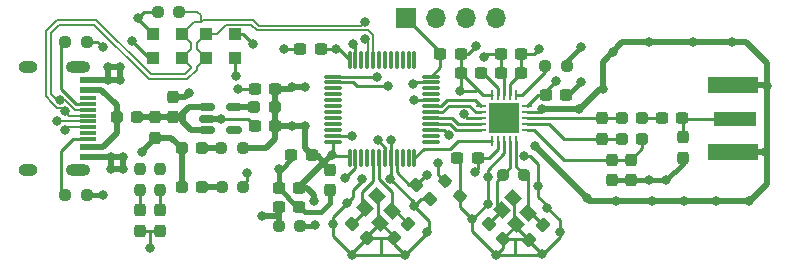
<source format=gtl>
%TF.GenerationSoftware,KiCad,Pcbnew,(6.0.4)*%
%TF.CreationDate,2022-11-28T16:04:11+01:00*%
%TF.ProjectId,STM32F103RF,53544d33-3246-4313-9033-52462e6b6963,1*%
%TF.SameCoordinates,Original*%
%TF.FileFunction,Copper,L1,Top*%
%TF.FilePolarity,Positive*%
%FSLAX46Y46*%
G04 Gerber Fmt 4.6, Leading zero omitted, Abs format (unit mm)*
G04 Created by KiCad (PCBNEW (6.0.4)) date 2022-11-28 16:04:11*
%MOMM*%
%LPD*%
G01*
G04 APERTURE LIST*
G04 Aperture macros list*
%AMRoundRect*
0 Rectangle with rounded corners*
0 $1 Rounding radius*
0 $2 $3 $4 $5 $6 $7 $8 $9 X,Y pos of 4 corners*
0 Add a 4 corners polygon primitive as box body*
4,1,4,$2,$3,$4,$5,$6,$7,$8,$9,$2,$3,0*
0 Add four circle primitives for the rounded corners*
1,1,$1+$1,$2,$3*
1,1,$1+$1,$4,$5*
1,1,$1+$1,$6,$7*
1,1,$1+$1,$8,$9*
0 Add four rect primitives between the rounded corners*
20,1,$1+$1,$2,$3,$4,$5,0*
20,1,$1+$1,$4,$5,$6,$7,0*
20,1,$1+$1,$6,$7,$8,$9,0*
20,1,$1+$1,$8,$9,$2,$3,0*%
%AMRotRect*
0 Rectangle, with rotation*
0 The origin of the aperture is its center*
0 $1 length*
0 $2 width*
0 $3 Rotation angle, in degrees counterclockwise*
0 Add horizontal line*
21,1,$1,$2,0,0,$3*%
G04 Aperture macros list end*
%TA.AperFunction,SMDPad,CuDef*%
%ADD10RoundRect,0.237500X0.237500X-0.300000X0.237500X0.300000X-0.237500X0.300000X-0.237500X-0.300000X0*%
%TD*%
%TA.AperFunction,SMDPad,CuDef*%
%ADD11RoundRect,0.237500X-0.287500X-0.237500X0.287500X-0.237500X0.287500X0.237500X-0.287500X0.237500X0*%
%TD*%
%TA.AperFunction,SMDPad,CuDef*%
%ADD12RoundRect,0.237500X-0.237500X0.250000X-0.237500X-0.250000X0.237500X-0.250000X0.237500X0.250000X0*%
%TD*%
%TA.AperFunction,SMDPad,CuDef*%
%ADD13RoundRect,0.237500X-0.344715X0.008839X0.008839X-0.344715X0.344715X-0.008839X-0.008839X0.344715X0*%
%TD*%
%TA.AperFunction,SMDPad,CuDef*%
%ADD14RoundRect,0.237500X0.300000X0.237500X-0.300000X0.237500X-0.300000X-0.237500X0.300000X-0.237500X0*%
%TD*%
%TA.AperFunction,SMDPad,CuDef*%
%ADD15RoundRect,0.075000X0.075000X-0.662500X0.075000X0.662500X-0.075000X0.662500X-0.075000X-0.662500X0*%
%TD*%
%TA.AperFunction,SMDPad,CuDef*%
%ADD16RoundRect,0.075000X0.662500X-0.075000X0.662500X0.075000X-0.662500X0.075000X-0.662500X-0.075000X0*%
%TD*%
%TA.AperFunction,SMDPad,CuDef*%
%ADD17RoundRect,0.237500X0.237500X-0.287500X0.237500X0.287500X-0.237500X0.287500X-0.237500X-0.287500X0*%
%TD*%
%TA.AperFunction,SMDPad,CuDef*%
%ADD18RoundRect,0.237500X-0.380070X0.044194X0.044194X-0.380070X0.380070X-0.044194X-0.044194X0.380070X0*%
%TD*%
%TA.AperFunction,ComponentPad*%
%ADD19R,1.700000X1.700000*%
%TD*%
%TA.AperFunction,ComponentPad*%
%ADD20O,1.700000X1.700000*%
%TD*%
%TA.AperFunction,SMDPad,CuDef*%
%ADD21R,1.450000X0.600000*%
%TD*%
%TA.AperFunction,SMDPad,CuDef*%
%ADD22R,1.450000X0.300000*%
%TD*%
%TA.AperFunction,ComponentPad*%
%ADD23O,1.600000X1.000000*%
%TD*%
%TA.AperFunction,ComponentPad*%
%ADD24O,2.100000X1.000000*%
%TD*%
%TA.AperFunction,SMDPad,CuDef*%
%ADD25RoundRect,0.237500X0.287500X0.237500X-0.287500X0.237500X-0.287500X-0.237500X0.287500X-0.237500X0*%
%TD*%
%TA.AperFunction,SMDPad,CuDef*%
%ADD26RoundRect,0.237500X-0.300000X-0.237500X0.300000X-0.237500X0.300000X0.237500X-0.300000X0.237500X0*%
%TD*%
%TA.AperFunction,SMDPad,CuDef*%
%ADD27RoundRect,0.237500X-0.250000X-0.237500X0.250000X-0.237500X0.250000X0.237500X-0.250000X0.237500X0*%
%TD*%
%TA.AperFunction,SMDPad,CuDef*%
%ADD28RoundRect,0.237500X-0.237500X0.300000X-0.237500X-0.300000X0.237500X-0.300000X0.237500X0.300000X0*%
%TD*%
%TA.AperFunction,SMDPad,CuDef*%
%ADD29R,1.000000X1.000000*%
%TD*%
%TA.AperFunction,SMDPad,CuDef*%
%ADD30RoundRect,0.237500X0.044194X0.380070X-0.380070X-0.044194X-0.044194X-0.380070X0.380070X0.044194X0*%
%TD*%
%TA.AperFunction,SMDPad,CuDef*%
%ADD31RoundRect,0.237500X0.250000X0.237500X-0.250000X0.237500X-0.250000X-0.237500X0.250000X-0.237500X0*%
%TD*%
%TA.AperFunction,SMDPad,CuDef*%
%ADD32RoundRect,0.062500X-0.350000X-0.062500X0.350000X-0.062500X0.350000X0.062500X-0.350000X0.062500X0*%
%TD*%
%TA.AperFunction,SMDPad,CuDef*%
%ADD33RoundRect,0.062500X-0.062500X-0.350000X0.062500X-0.350000X0.062500X0.350000X-0.062500X0.350000X0*%
%TD*%
%TA.AperFunction,SMDPad,CuDef*%
%ADD34R,2.500000X2.500000*%
%TD*%
%TA.AperFunction,SMDPad,CuDef*%
%ADD35RotRect,1.150000X1.000000X315.000000*%
%TD*%
%TA.AperFunction,SMDPad,CuDef*%
%ADD36R,3.600000X1.270000*%
%TD*%
%TA.AperFunction,SMDPad,CuDef*%
%ADD37R,4.200000X1.350000*%
%TD*%
%TA.AperFunction,SMDPad,CuDef*%
%ADD38RoundRect,0.150000X-0.512500X-0.150000X0.512500X-0.150000X0.512500X0.150000X-0.512500X0.150000X0*%
%TD*%
%TA.AperFunction,SMDPad,CuDef*%
%ADD39RotRect,1.150000X1.000000X135.000000*%
%TD*%
%TA.AperFunction,ViaPad*%
%ADD40C,0.800000*%
%TD*%
%TA.AperFunction,Conductor*%
%ADD41C,0.508000*%
%TD*%
%TA.AperFunction,Conductor*%
%ADD42C,0.406400*%
%TD*%
%TA.AperFunction,Conductor*%
%ADD43C,0.250000*%
%TD*%
%TA.AperFunction,Conductor*%
%ADD44C,0.200000*%
%TD*%
G04 APERTURE END LIST*
D10*
X81231250Y-62687500D03*
X81231250Y-60962500D03*
D11*
X81968750Y-68587500D03*
X83718750Y-68587500D03*
D12*
X80168750Y-67037500D03*
X80168750Y-68862500D03*
D10*
X119993750Y-68000000D03*
X119993750Y-66275000D03*
D13*
X104223515Y-68092265D03*
X105513985Y-69382735D03*
D14*
X92962500Y-65900000D03*
X91237500Y-65900000D03*
D15*
X96181250Y-66150000D03*
X96681250Y-66150000D03*
X97181250Y-66150000D03*
X97681250Y-66150000D03*
X98181250Y-66150000D03*
X98681250Y-66150000D03*
X99181250Y-66150000D03*
X99681250Y-66150000D03*
X100181250Y-66150000D03*
X100681250Y-66150000D03*
X101181250Y-66150000D03*
X101681250Y-66150000D03*
D16*
X103093750Y-64737500D03*
X103093750Y-64237500D03*
X103093750Y-63737500D03*
X103093750Y-63237500D03*
X103093750Y-62737500D03*
X103093750Y-62237500D03*
X103093750Y-61737500D03*
X103093750Y-61237500D03*
X103093750Y-60737500D03*
X103093750Y-60237500D03*
X103093750Y-59737500D03*
X103093750Y-59237500D03*
D15*
X101681250Y-57825000D03*
X101181250Y-57825000D03*
X100681250Y-57825000D03*
X100181250Y-57825000D03*
X99681250Y-57825000D03*
X99181250Y-57825000D03*
X98681250Y-57825000D03*
X98181250Y-57825000D03*
X97681250Y-57825000D03*
X97181250Y-57825000D03*
X96681250Y-57825000D03*
X96181250Y-57825000D03*
D16*
X94768750Y-59237500D03*
X94768750Y-59737500D03*
X94768750Y-60237500D03*
X94768750Y-60737500D03*
X94768750Y-61237500D03*
X94768750Y-61737500D03*
X94768750Y-62237500D03*
X94768750Y-62737500D03*
X94768750Y-63237500D03*
X94768750Y-63737500D03*
X94768750Y-64237500D03*
X94768750Y-64737500D03*
D17*
X117593750Y-64512500D03*
X117593750Y-62762500D03*
D11*
X88131250Y-61837500D03*
X89881250Y-61837500D03*
X81956250Y-65287500D03*
X83706250Y-65287500D03*
D18*
X96421370Y-71677620D03*
X97641130Y-72897380D03*
D19*
X100968750Y-54237500D03*
D20*
X103508750Y-54237500D03*
X106048750Y-54237500D03*
X108588750Y-54237500D03*
D21*
X74076250Y-59537500D03*
X74076250Y-60337500D03*
D22*
X74076250Y-61537500D03*
X74076250Y-62537500D03*
X74076250Y-63037500D03*
X74076250Y-64037500D03*
D21*
X74076250Y-65237500D03*
X74076250Y-66037500D03*
X74076250Y-66037500D03*
X74076250Y-65237500D03*
D22*
X74076250Y-64537500D03*
X74076250Y-63537500D03*
X74076250Y-62037500D03*
X74076250Y-61037500D03*
D21*
X74076250Y-60337500D03*
X74076250Y-59537500D03*
D23*
X68981250Y-67107500D03*
D24*
X73161250Y-58467500D03*
D23*
X68981250Y-58467500D03*
D24*
X73161250Y-67107500D03*
D12*
X78468750Y-67037500D03*
X78468750Y-68862500D03*
D10*
X118393750Y-68000000D03*
X118393750Y-66275000D03*
D14*
X91928125Y-68684375D03*
X90203125Y-68684375D03*
D25*
X120968750Y-64537500D03*
X119218750Y-64537500D03*
D26*
X103868750Y-57287500D03*
X105593750Y-57287500D03*
D27*
X72118750Y-69287500D03*
X73943750Y-69287500D03*
D28*
X79731250Y-62687500D03*
X79731250Y-64412500D03*
D29*
X84018750Y-55637500D03*
X86518750Y-55637500D03*
D30*
X101141130Y-71677620D03*
X99921370Y-72897380D03*
D31*
X87143750Y-65287500D03*
X85318750Y-65287500D03*
D27*
X79956250Y-53737500D03*
X81781250Y-53737500D03*
D32*
X107331250Y-61737500D03*
X107331250Y-62237500D03*
X107331250Y-62737500D03*
X107331250Y-63237500D03*
X107331250Y-63737500D03*
D33*
X108268750Y-64675000D03*
X108768750Y-64675000D03*
X109268750Y-64675000D03*
X109768750Y-64675000D03*
X110268750Y-64675000D03*
D32*
X111206250Y-63737500D03*
X111206250Y-63237500D03*
X111206250Y-62737500D03*
X111206250Y-62237500D03*
X111206250Y-61737500D03*
D33*
X110268750Y-60800000D03*
X109768750Y-60800000D03*
X109268750Y-60800000D03*
X108768750Y-60800000D03*
X108268750Y-60800000D03*
D34*
X109268750Y-62737500D03*
D31*
X87181250Y-68587500D03*
X85356250Y-68587500D03*
D35*
X97517557Y-70363756D03*
X98754994Y-71601193D03*
X99744943Y-70611244D03*
X98507506Y-69373807D03*
D18*
X107958870Y-71727620D03*
X109178630Y-72947380D03*
D26*
X109006250Y-58937500D03*
X110731250Y-58937500D03*
D17*
X80168750Y-72325000D03*
X80168750Y-70575000D03*
D11*
X76456250Y-62687500D03*
X78206250Y-62687500D03*
D29*
X79518750Y-55637500D03*
X82018750Y-55637500D03*
D27*
X112756250Y-58337500D03*
X114581250Y-58337500D03*
D18*
X101791761Y-68388885D03*
X103011521Y-69608645D03*
D14*
X93731250Y-56937500D03*
X92006250Y-56937500D03*
D27*
X72118750Y-56287500D03*
X73943750Y-56287500D03*
D29*
X86518750Y-57637500D03*
X84018750Y-57637500D03*
D28*
X94565625Y-67121875D03*
X94565625Y-68846875D03*
D29*
X82018750Y-57637500D03*
X79518750Y-57637500D03*
D36*
X128837500Y-62787500D03*
D37*
X128637500Y-65612500D03*
X128637500Y-59962500D03*
D38*
X84093750Y-61837500D03*
X84093750Y-62787500D03*
X84093750Y-63737500D03*
X86368750Y-63737500D03*
X86368750Y-61837500D03*
D26*
X105606250Y-58937500D03*
X107331250Y-58937500D03*
D14*
X89893750Y-63387500D03*
X88168750Y-63387500D03*
D31*
X110981250Y-67537500D03*
X109156250Y-67537500D03*
D26*
X109006250Y-57337500D03*
X110731250Y-57337500D03*
D14*
X107031250Y-66137500D03*
X105306250Y-66137500D03*
D10*
X124393750Y-66100000D03*
X124393750Y-64375000D03*
D26*
X90206250Y-70237500D03*
X91931250Y-70237500D03*
X122631250Y-62737500D03*
X124356250Y-62737500D03*
D14*
X89893750Y-60287500D03*
X88168750Y-60287500D03*
D30*
X112578630Y-71827620D03*
X111358870Y-73047380D03*
D31*
X91993750Y-71847500D03*
X90168750Y-71847500D03*
D39*
X111282443Y-70761244D03*
X110045006Y-69523807D03*
X109055057Y-70513756D03*
X110292494Y-71751193D03*
D11*
X119218750Y-62737500D03*
X120968750Y-62737500D03*
D17*
X78468750Y-72325000D03*
X78468750Y-70575000D03*
D26*
X112806250Y-60837500D03*
X114531250Y-60837500D03*
D40*
X112200000Y-56900000D03*
X131387500Y-65612500D03*
X131500000Y-60000000D03*
X111868750Y-65137500D03*
X75268750Y-69237500D03*
X76968750Y-66037500D03*
X90605635Y-56872290D03*
X123006250Y-68000000D03*
X100868750Y-74337500D03*
X112468750Y-74237500D03*
X112168750Y-68537500D03*
X110993250Y-65937500D03*
X97268750Y-67937500D03*
X99648788Y-67892940D03*
X116268750Y-69537500D03*
X95968750Y-69937500D03*
X113968750Y-72437500D03*
X112468750Y-62013000D03*
X75768750Y-59537500D03*
X101618750Y-70187500D03*
X108568750Y-74337500D03*
X112881000Y-70325250D03*
X127168750Y-69737500D03*
X115568750Y-62013000D03*
X82568750Y-60637500D03*
X105568750Y-60437500D03*
X94768750Y-71737500D03*
X75268750Y-56737500D03*
X96368750Y-64237500D03*
X76968750Y-67037500D03*
X118468750Y-57137500D03*
X106568750Y-71337500D03*
X125268750Y-56337500D03*
X107868750Y-67737500D03*
X115768750Y-56737500D03*
X121768750Y-69737500D03*
X77768750Y-56237500D03*
X87968750Y-56437500D03*
X124468750Y-69737500D03*
X96468750Y-56437500D03*
X101568750Y-59837500D03*
X99668750Y-64637500D03*
X96368750Y-74337500D03*
X129968750Y-69737500D03*
X117618750Y-60287500D03*
X107868750Y-70037500D03*
X86718810Y-60287500D03*
X75968750Y-66037500D03*
X102768750Y-72437500D03*
X121568750Y-56337500D03*
X75768750Y-58437500D03*
X90200000Y-67100000D03*
X106868750Y-56637500D03*
X118768750Y-69737500D03*
X79268750Y-73737500D03*
X76768750Y-59537500D03*
X75968750Y-67037500D03*
X78568750Y-65637500D03*
X128568750Y-56337500D03*
X115768750Y-59737500D03*
X85268750Y-62837500D03*
X121531250Y-68000000D03*
X76768750Y-58437500D03*
X94668750Y-65837500D03*
X113668750Y-59637500D03*
X93268750Y-71762000D03*
X78268750Y-54237500D03*
X92368750Y-60137500D03*
X92368750Y-63437500D03*
X106768750Y-67337500D03*
X102768750Y-67537500D03*
X86589056Y-59184770D03*
X95068750Y-56937500D03*
X93168750Y-69737500D03*
X91268750Y-60137500D03*
X91268750Y-63437500D03*
X107568750Y-57537500D03*
X88768750Y-71037500D03*
X98568750Y-64637500D03*
X87468750Y-67437500D03*
X95819739Y-67837500D03*
X71698189Y-61208061D03*
X71416186Y-63034295D03*
X97489895Y-56025360D03*
X72115686Y-62190564D03*
X97468750Y-54626349D03*
X72096328Y-63766697D03*
X101668750Y-61237500D03*
X103668750Y-66537500D03*
X105868750Y-62437500D03*
X104606451Y-64199799D03*
X98468750Y-59237511D03*
X99468750Y-60037500D03*
D41*
X93975000Y-66475000D02*
X93975000Y-66531250D01*
X93400000Y-65900000D02*
X93975000Y-66475000D01*
X92962500Y-65900000D02*
X93400000Y-65900000D01*
X92368750Y-63437500D02*
X92368750Y-65306250D01*
X92368750Y-65306250D02*
X92962500Y-65900000D01*
D42*
X90203125Y-67103125D02*
X90203125Y-67284375D01*
X90200000Y-67100000D02*
X90203125Y-67103125D01*
D43*
X111762500Y-57337500D02*
X112200000Y-56900000D01*
X110731250Y-57337500D02*
X111762500Y-57337500D01*
X103868750Y-57137500D02*
X100968750Y-54237500D01*
X103868750Y-57287500D02*
X103868750Y-57137500D01*
X124406250Y-62787500D02*
X124356250Y-62737500D01*
X128837500Y-62787500D02*
X124406250Y-62787500D01*
D41*
X131500000Y-60000000D02*
X131462500Y-59962500D01*
X131500000Y-60000000D02*
X131500000Y-65500000D01*
X131462500Y-59962500D02*
X128637500Y-59962500D01*
X131500000Y-58100000D02*
X131500000Y-60000000D01*
X131500000Y-65500000D02*
X131500000Y-68300000D01*
X131500000Y-65500000D02*
X131387500Y-65612500D01*
X131387500Y-65612500D02*
X128637500Y-65612500D01*
X129968750Y-69737500D02*
X126662500Y-69737500D01*
X126662500Y-69737500D02*
X118768750Y-69737500D01*
X127168750Y-69737500D02*
X126662500Y-69737500D01*
X130062500Y-69737500D02*
X129968750Y-69737500D01*
X131500000Y-68300000D02*
X130062500Y-69737500D01*
X129737500Y-56337500D02*
X131500000Y-58100000D01*
X128568750Y-56337500D02*
X129737500Y-56337500D01*
D43*
X96490813Y-59737500D02*
X94768750Y-59737500D01*
X96790813Y-60037500D02*
X96490813Y-59737500D01*
X99468750Y-60037500D02*
X96790813Y-60037500D01*
X97268750Y-68087500D02*
X97268750Y-67937500D01*
X96500000Y-68856250D02*
X97268750Y-68087500D01*
X96500000Y-69406250D02*
X96500000Y-68856250D01*
X94768750Y-71137500D02*
X96500000Y-69406250D01*
X94768750Y-71737500D02*
X94768750Y-71137500D01*
D41*
X81231250Y-60962500D02*
X82243750Y-60962500D01*
D43*
X99648788Y-67892940D02*
X101618750Y-69862902D01*
X110292494Y-71833516D02*
X109178630Y-72947380D01*
X103011521Y-69608645D02*
X102197605Y-69608645D01*
D42*
X91931250Y-70237500D02*
X91756250Y-70237500D01*
X124393750Y-66100000D02*
X124393750Y-66612500D01*
D41*
X115568750Y-62013000D02*
X115693250Y-62013000D01*
D43*
X112168750Y-66637500D02*
X111468750Y-65937500D01*
D41*
X81956250Y-65287500D02*
X81956250Y-68575000D01*
X75968750Y-67037500D02*
X76968750Y-67037500D01*
D43*
X113968750Y-71413000D02*
X113968750Y-72837500D01*
X110158870Y-74227620D02*
X110168750Y-74237500D01*
X108568750Y-74337500D02*
X106568750Y-72337500D01*
D41*
X75768750Y-59537500D02*
X75768750Y-58437500D01*
D43*
X109178630Y-73727620D02*
X108568750Y-74337500D01*
D41*
X116268750Y-69537500D02*
X111868750Y-65137500D01*
D43*
X94768750Y-71737500D02*
X94768750Y-72737500D01*
X88168750Y-60287500D02*
X86718810Y-60287500D01*
X79356250Y-72325000D02*
X78468750Y-72325000D01*
X98828630Y-72897380D02*
X99921370Y-72897380D01*
D41*
X115568750Y-62013000D02*
X112468750Y-62013000D01*
D43*
X99921370Y-72897380D02*
X99921370Y-72767569D01*
X110068750Y-74337500D02*
X108568750Y-74337500D01*
D42*
X118393750Y-68000000D02*
X119993750Y-68000000D01*
D43*
X96368750Y-74337500D02*
X96368750Y-74169760D01*
X112168750Y-69437500D02*
X112168750Y-66637500D01*
X111358870Y-73127620D02*
X112468750Y-74237500D01*
D41*
X74076250Y-66037500D02*
X75968750Y-66037500D01*
D43*
X99681250Y-67860478D02*
X99681250Y-66150000D01*
X105593750Y-57287500D02*
X105593750Y-58925000D01*
X94768750Y-64237500D02*
X96368750Y-64237500D01*
D41*
X119268750Y-56337500D02*
X121568750Y-56337500D01*
D43*
X109768750Y-60800000D02*
X109768750Y-59900000D01*
X79268750Y-73737500D02*
X79268750Y-72412500D01*
X105513985Y-69382735D02*
X105513985Y-70282735D01*
D41*
X76968750Y-66037500D02*
X76968750Y-67037500D01*
D43*
X109178630Y-72947380D02*
X110158870Y-72947380D01*
X105306250Y-66137500D02*
X105513985Y-66345235D01*
X112468750Y-74337500D02*
X110068750Y-74337500D01*
X106218750Y-57287500D02*
X105593750Y-57287500D01*
X88168750Y-63387500D02*
X87618750Y-62837500D01*
X112244250Y-62237500D02*
X112468750Y-62013000D01*
D42*
X91756250Y-70237500D02*
X90203125Y-68684375D01*
X94565625Y-68846875D02*
X94565625Y-69940625D01*
D43*
X112881000Y-70325250D02*
X113968750Y-71413000D01*
X111358870Y-73047380D02*
X111358870Y-73127620D01*
X105606250Y-60400000D02*
X105568750Y-60437500D01*
X97641130Y-72715057D02*
X98754994Y-71601193D01*
D41*
X79731250Y-64412500D02*
X81081250Y-64412500D01*
D42*
X93768750Y-70737500D02*
X92431250Y-70737500D01*
D43*
X79168750Y-57637500D02*
X77768750Y-56237500D01*
X110292494Y-71751193D02*
X110292494Y-71833516D01*
D41*
X115693250Y-62013000D02*
X117418750Y-60287500D01*
X76768750Y-58437500D02*
X76768750Y-59537500D01*
D43*
X107868750Y-67737500D02*
X107868750Y-67137500D01*
D41*
X117618750Y-60287500D02*
X117618750Y-57987500D01*
X79731250Y-64412500D02*
X79731250Y-64475000D01*
D43*
X101618750Y-69862902D02*
X101618750Y-70187500D01*
X107868750Y-67137500D02*
X107868750Y-70037500D01*
X105606250Y-58937500D02*
X105606250Y-60400000D01*
X110139717Y-69618518D02*
X110139717Y-71598416D01*
X98828630Y-72897380D02*
X98828630Y-74297380D01*
X96681250Y-56650000D02*
X96468750Y-56437500D01*
D41*
X82243750Y-60962500D02*
X82568750Y-60637500D01*
X116468750Y-69737500D02*
X118768750Y-69737500D01*
D42*
X114668750Y-60837500D02*
X115768750Y-59737500D01*
D43*
X110158870Y-72947380D02*
X110158870Y-74227620D01*
D42*
X90203125Y-68684375D02*
X90203125Y-67284375D01*
D43*
X103093750Y-59737500D02*
X101668750Y-59737500D01*
X105513985Y-70282735D02*
X106568750Y-71337500D01*
D41*
X84093750Y-62787500D02*
X85218750Y-62787500D01*
X117418750Y-60287500D02*
X117618750Y-60287500D01*
D42*
X123006250Y-68000000D02*
X119993750Y-68000000D01*
D43*
X110158870Y-72947380D02*
X111258870Y-72947380D01*
X111258870Y-72947380D02*
X111358870Y-73047380D01*
X113968750Y-72837500D02*
X112468750Y-74337500D01*
D41*
X75768750Y-58437500D02*
X76768750Y-58437500D01*
D42*
X73943750Y-69287500D02*
X75218750Y-69287500D01*
D43*
X96681250Y-57825000D02*
X96681250Y-56650000D01*
X98602217Y-69468518D02*
X98602217Y-71448416D01*
X112881000Y-70149750D02*
X112168750Y-69437500D01*
D41*
X75968750Y-66037500D02*
X75968750Y-67037500D01*
X75968750Y-66037500D02*
X76968750Y-66037500D01*
D43*
X94768750Y-72737500D02*
X96368750Y-74337500D01*
D42*
X114531250Y-60837500D02*
X114668750Y-60837500D01*
D43*
X99921370Y-73390120D02*
X100868750Y-74337500D01*
D41*
X74076250Y-59537500D02*
X75768750Y-59537500D01*
D42*
X75218750Y-69287500D02*
X75268750Y-69237500D01*
D43*
X102197605Y-69608645D02*
X101618750Y-70187500D01*
X109768750Y-59900000D02*
X110731250Y-58937500D01*
X109268750Y-64675000D02*
X109268750Y-65737500D01*
X92006250Y-56937500D02*
X90670845Y-56937500D01*
X107468750Y-60800000D02*
X106937500Y-60268750D01*
D41*
X81956250Y-68575000D02*
X81968750Y-68587500D01*
D43*
X102868750Y-72337500D02*
X100868750Y-74337500D01*
X96368750Y-74169760D02*
X97641130Y-72897380D01*
X105513985Y-66345235D02*
X105513985Y-69382735D01*
X110045006Y-69523807D02*
X110139717Y-69618518D01*
X102868750Y-71437500D02*
X102868750Y-72337500D01*
X99921370Y-72897380D02*
X99921370Y-73390120D01*
D42*
X124393750Y-66612500D02*
X123006250Y-68000000D01*
D43*
X97641130Y-72897380D02*
X97641130Y-72715057D01*
X98868750Y-74337500D02*
X96368750Y-74337500D01*
D42*
X114581250Y-57925000D02*
X115768750Y-56737500D01*
D41*
X85218750Y-62787500D02*
X85268750Y-62837500D01*
X79731250Y-64475000D02*
X78568750Y-65637500D01*
D43*
X106768750Y-60437500D02*
X106937500Y-60268750D01*
X111206250Y-62237500D02*
X112244250Y-62237500D01*
D41*
X117618750Y-57987500D02*
X119268750Y-56337500D01*
D43*
X99648788Y-67892940D02*
X99681250Y-67860478D01*
X105568750Y-60437500D02*
X106768750Y-60437500D01*
X110292494Y-71981004D02*
X111358870Y-73047380D01*
X110292494Y-71751193D02*
X110292494Y-71981004D01*
D41*
X75768750Y-59537500D02*
X76768750Y-59537500D01*
D43*
X111468750Y-65937500D02*
X110993250Y-65937500D01*
X108268750Y-60800000D02*
X107468750Y-60800000D01*
X80168750Y-72325000D02*
X79356250Y-72325000D01*
X110731250Y-57337500D02*
X110731250Y-58937500D01*
X101618750Y-70187500D02*
X102868750Y-71437500D01*
X106937500Y-60268750D02*
X105606250Y-58937500D01*
X99681250Y-66150000D02*
X99681250Y-64650000D01*
X112881000Y-70325250D02*
X112881000Y-70149750D01*
D42*
X90203125Y-67284375D02*
X91503125Y-65984375D01*
D43*
X99681250Y-64650000D02*
X99668750Y-64637500D01*
X90670845Y-56937500D02*
X90605635Y-56872290D01*
D41*
X81081250Y-64412500D02*
X81956250Y-65287500D01*
D43*
X110168750Y-74237500D02*
X110068750Y-74337500D01*
X106568750Y-72337500D02*
X106568750Y-71337500D01*
X87618750Y-62837500D02*
X85268750Y-62837500D01*
X109268750Y-65737500D02*
X107868750Y-67137500D01*
X99921370Y-72767569D02*
X98754994Y-71601193D01*
X98828630Y-74297380D02*
X98868750Y-74337500D01*
D42*
X92431250Y-70737500D02*
X91931250Y-70237500D01*
D43*
X79518750Y-57637500D02*
X79168750Y-57637500D01*
X100868750Y-74337500D02*
X98868750Y-74337500D01*
D42*
X114581250Y-58337500D02*
X114581250Y-57925000D01*
D43*
X87168750Y-55637500D02*
X86518750Y-55637500D01*
X110139717Y-71598416D02*
X110292494Y-71751193D01*
X79268750Y-72412500D02*
X79356250Y-72325000D01*
X98507506Y-69373807D02*
X98602217Y-69468518D01*
X98602217Y-71448416D02*
X98754994Y-71601193D01*
X97641130Y-72897380D02*
X98828630Y-72897380D01*
X105593750Y-58925000D02*
X105606250Y-58937500D01*
X87968750Y-56437500D02*
X87168750Y-55637500D01*
D41*
X125268750Y-56337500D02*
X128568750Y-56337500D01*
D43*
X73943750Y-56287500D02*
X74818750Y-56287500D01*
X109178630Y-72947380D02*
X109178630Y-73727620D01*
X106868750Y-56637500D02*
X106218750Y-57287500D01*
D41*
X121568750Y-56337500D02*
X125268750Y-56337500D01*
D43*
X101668750Y-59737500D02*
X101568750Y-59837500D01*
X106568750Y-71337500D02*
X107868750Y-70037500D01*
X74818750Y-56287500D02*
X75268750Y-56737500D01*
D42*
X94565625Y-69940625D02*
X93768750Y-70737500D01*
D41*
X89881250Y-61837500D02*
X89881250Y-63375000D01*
D43*
X109006250Y-57337500D02*
X109006250Y-58937500D01*
X93731250Y-56937500D02*
X95068750Y-56937500D01*
X109006250Y-57337500D02*
X107578097Y-57337500D01*
X107031250Y-67075000D02*
X107031250Y-66137500D01*
X95293750Y-56937500D02*
X96181250Y-57825000D01*
X112806250Y-60500000D02*
X112806250Y-60837500D01*
D41*
X93975000Y-66531250D02*
X94668750Y-65837500D01*
D43*
X86518750Y-57637500D02*
X86518750Y-59114464D01*
X86518750Y-59114464D02*
X86589056Y-59184770D01*
X112106250Y-60837500D02*
X111206250Y-61737500D01*
X108768750Y-64675000D02*
X108768750Y-65337500D01*
X109268750Y-59200000D02*
X109268750Y-60800000D01*
X101220135Y-68388885D02*
X101791761Y-68388885D01*
D41*
X89893750Y-60287500D02*
X91118750Y-60287500D01*
D43*
X108768750Y-65337500D02*
X107968750Y-66137500D01*
D41*
X93168750Y-69237500D02*
X93168750Y-69737500D01*
D43*
X94768750Y-65937500D02*
X94668750Y-65837500D01*
X107578097Y-57337500D02*
X107519218Y-57396379D01*
X94768750Y-64737500D02*
X94768750Y-65737500D01*
X100181250Y-67350000D02*
X101220135Y-68388885D01*
X94768750Y-65737500D02*
X94668750Y-65837500D01*
D41*
X89881250Y-61837500D02*
X89881250Y-60300000D01*
X89893750Y-63387500D02*
X91218750Y-63387500D01*
D43*
X96181250Y-66150000D02*
X95968750Y-65937500D01*
D42*
X91993750Y-71847500D02*
X93183250Y-71847500D01*
D43*
X95968750Y-65937500D02*
X94768750Y-65937500D01*
D41*
X93975000Y-66531250D02*
X91928125Y-68578125D01*
D43*
X106768750Y-67337500D02*
X107031250Y-67075000D01*
X112806250Y-60837500D02*
X112106250Y-60837500D01*
X78268750Y-54237500D02*
X78268750Y-54387500D01*
X95068750Y-56937500D02*
X95293750Y-56937500D01*
D41*
X91268750Y-60137500D02*
X92368750Y-60137500D01*
X89118750Y-65287500D02*
X89893750Y-64512500D01*
D43*
X100181250Y-66150000D02*
X100181250Y-67350000D01*
X103868750Y-57287500D02*
X103868750Y-58462500D01*
X107968750Y-66137500D02*
X107031250Y-66137500D01*
D41*
X93975000Y-66531250D02*
X94565625Y-67121875D01*
D43*
X103868750Y-58462500D02*
X103093750Y-59237500D01*
D41*
X91928125Y-68578125D02*
X91928125Y-68684375D01*
X91928125Y-68684375D02*
X92615625Y-68684375D01*
X89881250Y-60300000D02*
X89893750Y-60287500D01*
D43*
X78268750Y-54387500D02*
X79518750Y-55637500D01*
X78768750Y-53737500D02*
X78268750Y-54237500D01*
X109006250Y-58937500D02*
X109268750Y-59200000D01*
D41*
X89881250Y-63375000D02*
X89893750Y-63387500D01*
X92615625Y-68684375D02*
X93168750Y-69237500D01*
X89893750Y-64512500D02*
X89893750Y-63387500D01*
X91118750Y-60287500D02*
X91268750Y-60137500D01*
D43*
X79956250Y-53737500D02*
X78768750Y-53737500D01*
D41*
X92368750Y-63437500D02*
X91268750Y-63437500D01*
X87143750Y-65287500D02*
X89118750Y-65287500D01*
D42*
X93183250Y-71847500D02*
X93268750Y-71762000D01*
D43*
X102768750Y-67537500D02*
X102643146Y-67537500D01*
D41*
X91218750Y-63387500D02*
X91268750Y-63437500D01*
D43*
X113668750Y-59637500D02*
X112806250Y-60500000D01*
X102643146Y-67537500D02*
X101791761Y-68388885D01*
D41*
X90206250Y-71810000D02*
X90168750Y-71847500D01*
D43*
X99181250Y-66150000D02*
X99181250Y-65250000D01*
D41*
X90206250Y-71000000D02*
X90206250Y-71810000D01*
X90206250Y-71000000D02*
X88806250Y-71000000D01*
X90206250Y-70237500D02*
X90206250Y-71000000D01*
D43*
X99181250Y-65250000D02*
X98568750Y-64637500D01*
D41*
X88806250Y-71000000D02*
X88768750Y-71037500D01*
X83706250Y-65287500D02*
X85318750Y-65287500D01*
D43*
X87468750Y-68075000D02*
X86956250Y-68587500D01*
X96681250Y-66150000D02*
X96681250Y-66975989D01*
X87468750Y-67437500D02*
X87468750Y-68075000D01*
X96681250Y-66975989D02*
X95819739Y-67837500D01*
X80168750Y-68862500D02*
X80168750Y-70575000D01*
D41*
X86368750Y-61837500D02*
X88131250Y-61837500D01*
D43*
X97517557Y-70581433D02*
X96421370Y-71677620D01*
X98181250Y-66150000D02*
X98181250Y-68060718D01*
X97517557Y-70363756D02*
X97517557Y-70581433D01*
X97268750Y-68973218D02*
X97268750Y-70114949D01*
X97268750Y-70114949D02*
X97517557Y-70363756D01*
X98181250Y-68060718D02*
X97268750Y-68973218D01*
X100074754Y-70611244D02*
X101141130Y-71677620D01*
X99744943Y-70611244D02*
X100074754Y-70611244D01*
X98681250Y-66150000D02*
X98681250Y-67950000D01*
X98681250Y-67950000D02*
X99744943Y-69013693D01*
X99744943Y-69013693D02*
X99744943Y-70611244D01*
D41*
X82118750Y-63087500D02*
X82768750Y-63737500D01*
X81718750Y-62687500D02*
X82118750Y-63087500D01*
X81231250Y-62687500D02*
X81718750Y-62687500D01*
X82368750Y-62037500D02*
X82118750Y-62287500D01*
X78206250Y-62687500D02*
X79731250Y-62687500D01*
X82568750Y-61837500D02*
X84093750Y-61837500D01*
X82118750Y-62287500D02*
X82118750Y-63087500D01*
X81718750Y-62687500D02*
X82368750Y-62037500D01*
X79731250Y-62687500D02*
X81231250Y-62687500D01*
X82768750Y-63737500D02*
X84093750Y-63737500D01*
X82368750Y-62037500D02*
X82568750Y-61837500D01*
D44*
X98181250Y-57666312D02*
X98189406Y-57658156D01*
X98181250Y-57825000D02*
X98181250Y-57666312D01*
X70895534Y-55528916D02*
X71566961Y-54857489D01*
X98189406Y-55735612D02*
X97779643Y-55325849D01*
X71698189Y-61208061D02*
X72122427Y-61208061D01*
X83243750Y-58680700D02*
X83243751Y-58412499D01*
X74570539Y-54857489D02*
X79194340Y-59481290D01*
X72122427Y-61208061D02*
X72951866Y-62037500D01*
X72951866Y-62037500D02*
X74076250Y-62037500D01*
X71467622Y-61265563D02*
X70895534Y-60693475D01*
X98181250Y-57825000D02*
X98156251Y-57800001D01*
X97779643Y-55325849D02*
X88357099Y-55325849D01*
X83243751Y-56862501D02*
X83243751Y-56412499D01*
X74076250Y-63037500D02*
X71419391Y-63037500D01*
X88357099Y-55325849D02*
X87869239Y-54837989D01*
X70895534Y-60693475D02*
X70895534Y-55528916D01*
X71419391Y-63037500D02*
X71416186Y-63034295D01*
X79194340Y-59481290D02*
X82443160Y-59481290D01*
X71566961Y-54857489D02*
X74570539Y-54857489D01*
X84919728Y-55637500D02*
X84018750Y-55637500D01*
X84018750Y-57637500D02*
X83243751Y-56862501D01*
X85719239Y-54837989D02*
X84919728Y-55637500D01*
X83243751Y-58412499D02*
X84018750Y-57637500D01*
X98189406Y-57658156D02*
X98189406Y-55735612D01*
X71640687Y-61265563D02*
X71467622Y-61265563D01*
X83243751Y-56412499D02*
X84018750Y-55637500D01*
X82443160Y-59481290D02*
X83243750Y-58680700D01*
X87869239Y-54837989D02*
X85719239Y-54837989D01*
X71698189Y-61208061D02*
X71640687Y-61265563D01*
X97731249Y-57775001D02*
X97681250Y-57825000D01*
X83568750Y-54637500D02*
X83018750Y-54637500D01*
X97168770Y-54926329D02*
X88522585Y-54926329D01*
X72325525Y-63537500D02*
X74076250Y-63537500D01*
X97681250Y-57825000D02*
X97706249Y-57800001D01*
X82793749Y-56862501D02*
X82793749Y-56412499D01*
X88522585Y-54926329D02*
X88034725Y-54438469D01*
X88034725Y-54438469D02*
X83767781Y-54438469D01*
X82018750Y-57637500D02*
X82793749Y-56862501D01*
X72115686Y-62190564D02*
X71832694Y-61907572D01*
X83268750Y-53737500D02*
X83568750Y-54037500D01*
X82793750Y-58494300D02*
X82793749Y-58412499D01*
X70445534Y-60879875D02*
X70445534Y-55342516D01*
X81781250Y-53737500D02*
X83268750Y-53737500D01*
X82793749Y-56412499D02*
X82018750Y-55637500D01*
X97468750Y-54626349D02*
X97168770Y-54926329D01*
X82793749Y-58412499D02*
X82018750Y-57637500D01*
X70445534Y-55342516D02*
X71380561Y-54407489D01*
X72096328Y-63766697D02*
X72325525Y-63537500D01*
X97489895Y-56076845D02*
X97731249Y-56318199D01*
X83018750Y-54637500D02*
X82018750Y-55637500D01*
X70998678Y-61497809D02*
X70998678Y-61433019D01*
X71832694Y-61907572D02*
X71408441Y-61907572D01*
X71380561Y-54407489D02*
X74756939Y-54407489D01*
X71408441Y-61907572D02*
X70998678Y-61497809D01*
X82256760Y-59031290D02*
X82793750Y-58494300D01*
X72115686Y-62190564D02*
X72462622Y-62537500D01*
X83767781Y-54438469D02*
X83568750Y-54637500D01*
X83568750Y-54037500D02*
X83568750Y-54637500D01*
X74756939Y-54407489D02*
X79380740Y-59031290D01*
X79380740Y-59031290D02*
X82256760Y-59031290D01*
X72462622Y-62537500D02*
X74076250Y-62537500D01*
X97731249Y-56318199D02*
X97731249Y-57775001D01*
X97489895Y-56025360D02*
X97489895Y-56076845D01*
X70998678Y-61433019D02*
X70445534Y-60879875D01*
D43*
X78468750Y-68862500D02*
X78468750Y-70575000D01*
D41*
X83718750Y-68587500D02*
X85131250Y-68587500D01*
D43*
X105368750Y-63237500D02*
X107331250Y-63237500D01*
X104843270Y-62712020D02*
X105368750Y-63237500D01*
X103093750Y-62737500D02*
X103093750Y-62712500D01*
X103093750Y-62712500D02*
X103094230Y-62712020D01*
X103094230Y-62712020D02*
X104843270Y-62712020D01*
X104668750Y-63237500D02*
X103093750Y-63237500D01*
X105168750Y-63737500D02*
X104668750Y-63237500D01*
X107331250Y-63737500D02*
X105168750Y-63737500D01*
X111282443Y-70761244D02*
X111512254Y-70761244D01*
X110268750Y-66825000D02*
X110981250Y-67537500D01*
X111512254Y-70761244D02*
X112578630Y-71827620D01*
X110268750Y-64675000D02*
X110268750Y-66825000D01*
X111282443Y-67838693D02*
X111282443Y-70761244D01*
X110981250Y-67537500D02*
X111282443Y-67838693D01*
X107958870Y-71727620D02*
X107958870Y-71609943D01*
X108648470Y-70107169D02*
X108648470Y-68045280D01*
X109055057Y-70513756D02*
X108648470Y-70107169D01*
X109156250Y-67537500D02*
X109768750Y-66925000D01*
X108648470Y-68045280D02*
X109156250Y-67537500D01*
X109768750Y-66925000D02*
X109768750Y-64675000D01*
X107958870Y-71609943D02*
X109055057Y-70513756D01*
X120968750Y-64537500D02*
X120968750Y-65300000D01*
X111768750Y-63737500D02*
X111206250Y-63737500D01*
X118393750Y-66275000D02*
X114306250Y-66275000D01*
X118393750Y-66275000D02*
X119993750Y-66275000D01*
X114306250Y-66275000D02*
X111768750Y-63737500D01*
X120968750Y-65300000D02*
X119993750Y-66275000D01*
X101668750Y-61237500D02*
X103093750Y-61237500D01*
X104223515Y-68092265D02*
X103668750Y-67537500D01*
X103668750Y-67537500D02*
X103668750Y-66537500D01*
X103896256Y-61737500D02*
X103093750Y-61737500D01*
X104396256Y-61237500D02*
X103896256Y-61737500D01*
X107331250Y-61737500D02*
X106831250Y-61237500D01*
X106831250Y-61237500D02*
X104396256Y-61237500D01*
X104031974Y-62237500D02*
X103093750Y-62237500D01*
X107331250Y-62237500D02*
X106871422Y-62237500D01*
X104582454Y-61687020D02*
X104031974Y-62237500D01*
X106871422Y-62237500D02*
X106320942Y-61687020D01*
X106320942Y-61687020D02*
X104582454Y-61687020D01*
X105868750Y-62437500D02*
X106168750Y-62737500D01*
X106168750Y-62737500D02*
X107331250Y-62737500D01*
X103093750Y-63737500D02*
X104144152Y-63737500D01*
X104144152Y-63737500D02*
X104606451Y-64199799D01*
X105331250Y-64675000D02*
X108268750Y-64675000D01*
X104668750Y-65337500D02*
X105331250Y-64675000D01*
X102493750Y-65337500D02*
X104668750Y-65337500D01*
X101681250Y-66150000D02*
X102493750Y-65337500D01*
X111206250Y-63237500D02*
X113068750Y-63237500D01*
X113068750Y-63237500D02*
X114343750Y-64512500D01*
X117593750Y-64512500D02*
X119193750Y-64512500D01*
X119193750Y-64512500D02*
X119218750Y-64537500D01*
X114343750Y-64512500D02*
X117593750Y-64512500D01*
X117618750Y-62737500D02*
X117593750Y-62762500D01*
X111206250Y-62737500D02*
X117568750Y-62737500D01*
X117568750Y-62737500D02*
X117593750Y-62762500D01*
X119218750Y-62737500D02*
X117618750Y-62737500D01*
X107467038Y-58937500D02*
X108768750Y-60239212D01*
X107331250Y-58937500D02*
X107467038Y-58937500D01*
X108768750Y-60239212D02*
X108768750Y-60800000D01*
X122631250Y-62737500D02*
X120968750Y-62737500D01*
X124393750Y-64375000D02*
X124393750Y-62775000D01*
X124393750Y-62775000D02*
X124356250Y-62737500D01*
X72781977Y-64537500D02*
X71768750Y-65550727D01*
X71768750Y-68937500D02*
X72118750Y-69287500D01*
X71768750Y-65550727D02*
X71768750Y-68937500D01*
X74076250Y-64537500D02*
X72781977Y-64537500D01*
X73052228Y-61537500D02*
X74076250Y-61537500D01*
X71786730Y-60272002D02*
X73052228Y-61537500D01*
X72118750Y-56287500D02*
X71786730Y-56619520D01*
X71786730Y-56619520D02*
X71786730Y-60272002D01*
X110268750Y-60800000D02*
X110806250Y-60800000D01*
X112756250Y-58850000D02*
X112756250Y-58337500D01*
X110806250Y-60800000D02*
X112756250Y-58850000D01*
X98468750Y-59237511D02*
X98468739Y-59237500D01*
X98468739Y-59237500D02*
X94768750Y-59237500D01*
D41*
X76456250Y-61635478D02*
X75158272Y-60337500D01*
X76456250Y-62687500D02*
X76456250Y-61635478D01*
X75158272Y-60337500D02*
X74076250Y-60337500D01*
X75268750Y-65237500D02*
X74076250Y-65237500D01*
X76456250Y-62687500D02*
X76456250Y-64050000D01*
X76456250Y-64050000D02*
X75268750Y-65237500D01*
M02*

</source>
